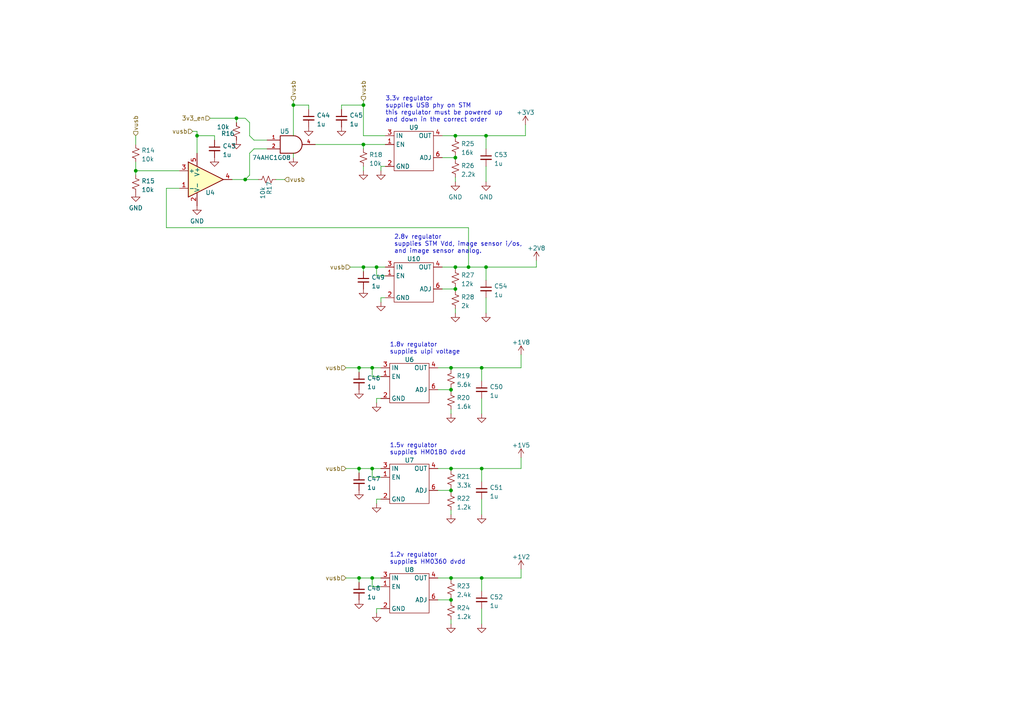
<source format=kicad_sch>
(kicad_sch (version 20211123) (generator eeschema)
  (paper "A4")
  (lib_symbols
    (symbol "74xGxx:74AHC1G08" (pin_names (offset 1.016))
      (property "Reference" "U" (at -2.54 3.81 0))
      (property "Value" "74AHC1G08" (at 0 -3.81 0))
      (symbol "74AHC1G08_0_1"
        (arc (start 0 -2.54) (mid 2.54 0) (end 0 2.54) (stroke (width 0.254)))
        (polyline (pts (xy 0 -2.54) (xy -3.81 -2.54) (xy -3.81 2.54) (xy 0 2.54)) (stroke (width 0.254)))
      )
      (symbol "74AHC1G08_1_1"
        (pin input line (at -7.62 1.27 0) (length 3.81) (name "~") (number "1"))
        (pin input line (at -7.62 -1.27 0) (length 3.81) (name "~") (number "2"))
        (pin power_in line (at 0 -2.54 270) (length 0) hide (name "GND") (number "3"))
        (pin output line (at 6.35 0 180) (length 3.81) (name "~") (number "4"))
        (pin power_in line (at 0 2.54 90) (length 0) hide (name "VCC") (number "5"))
      )
    )
    (symbol "AP7331-SNG-7_1"
      (property "Reference" "U" (at 0 1.27 0))
      (symbol "AP7331-SNG-7_1_0_1"
        (rectangle (start 0 0) (end 11.43 -11.43) (stroke (width 0.1524)))
      )
      (symbol "AP7331-SNG-7_1_1_1"
        (pin input line (at -2.54 -3.81 0) (length 2.54) (name "EN") (number "1"))
        (pin power_in line (at -2.54 -10.16 0) (length 2.54) (name "GND") (number "2"))
        (pin power_in line (at -2.54 -1.27 0) (length 2.54) (name "IN") (number "3"))
        (pin power_out line (at 13.97 -1.27 180) (length 2.54) (name "OUT") (number "4"))
        (pin no_connect line (at 13.97 -10.16 180) (length 2.54) hide (name "NC0") (number "5"))
        (pin input line (at 13.97 -7.62 180) (length 2.54) (name "ADJ") (number "6"))
        (pin power_in line (at -2.54 -10.16 0) (length 2.54) hide (name "GNDPAD1") (number "7"))
        (pin power_in line (at -2.54 -10.16 0) (length 2.54) hide (name "GNDPAD2") (number "8"))
      )
    )
    (symbol "AP7331-SNG-7_2"
      (property "Reference" "U" (at 0 1.27 0))
      (symbol "AP7331-SNG-7_2_0_1"
        (rectangle (start 0 0) (end 11.43 -11.43) (stroke (width 0.1524)))
      )
      (symbol "AP7331-SNG-7_2_1_1"
        (pin input line (at -2.54 -3.81 0) (length 2.54) (name "EN") (number "1"))
        (pin power_in line (at -2.54 -10.16 0) (length 2.54) (name "GND") (number "2"))
        (pin power_in line (at -2.54 -1.27 0) (length 2.54) (name "IN") (number "3"))
        (pin power_out line (at 13.97 -1.27 180) (length 2.54) (name "OUT") (number "4"))
        (pin no_connect line (at 13.97 -10.16 180) (length 2.54) hide (name "NC0") (number "5"))
        (pin input line (at 13.97 -7.62 180) (length 2.54) (name "ADJ") (number "6"))
        (pin power_in line (at -2.54 -10.16 0) (length 2.54) hide (name "GNDPAD1") (number "7"))
        (pin power_in line (at -2.54 -10.16 0) (length 2.54) hide (name "GNDPAD2") (number "8"))
      )
    )
    (symbol "AP7331-SNG-7_3"
      (property "Reference" "U" (at 0 1.27 0))
      (symbol "AP7331-SNG-7_3_0_1"
        (rectangle (start 0 0) (end 11.43 -11.43) (stroke (width 0.1524)))
      )
      (symbol "AP7331-SNG-7_3_1_1"
        (pin input line (at -2.54 -3.81 0) (length 2.54) (name "EN") (number "1"))
        (pin power_in line (at -2.54 -10.16 0) (length 2.54) (name "GND") (number "2"))
        (pin power_in line (at -2.54 -1.27 0) (length 2.54) (name "IN") (number "3"))
        (pin power_out line (at 13.97 -1.27 180) (length 2.54) (name "OUT") (number "4"))
        (pin no_connect line (at 13.97 -10.16 180) (length 2.54) hide (name "NC0") (number "5"))
        (pin input line (at 13.97 -7.62 180) (length 2.54) (name "ADJ") (number "6"))
        (pin power_in line (at -2.54 -10.16 0) (length 2.54) hide (name "GNDPAD1") (number "7"))
        (pin power_in line (at -2.54 -10.16 0) (length 2.54) hide (name "GNDPAD2") (number "8"))
      )
    )
    (symbol "AP7331-SNG-7_4"
      (property "Reference" "U" (at 0 1.27 0))
      (symbol "AP7331-SNG-7_4_0_1"
        (rectangle (start 0 0) (end 11.43 -11.43) (stroke (width 0.1524)))
      )
      (symbol "AP7331-SNG-7_4_1_1"
        (pin input line (at -2.54 -3.81 0) (length 2.54) (name "EN") (number "1"))
        (pin power_in line (at -2.54 -10.16 0) (length 2.54) (name "GND") (number "2"))
        (pin power_in line (at -2.54 -1.27 0) (length 2.54) (name "IN") (number "3"))
        (pin power_out line (at 13.97 -1.27 180) (length 2.54) (name "OUT") (number "4"))
        (pin no_connect line (at 13.97 -10.16 180) (length 2.54) hide (name "NC0") (number "5"))
        (pin input line (at 13.97 -7.62 180) (length 2.54) (name "ADJ") (number "6"))
        (pin power_in line (at -2.54 -10.16 0) (length 2.54) hide (name "GNDPAD1") (number "7"))
        (pin power_in line (at -2.54 -10.16 0) (length 2.54) hide (name "GNDPAD2") (number "8"))
      )
    )
    (symbol "Comparator:TL331" (pin_names (offset 0.127))
      (property "Reference" "U" (at 1.27 5.08 0))
      (property "Value" "TL331" (at 3.81 -5.08 0))
      (symbol "TL331_0_1"
        (polyline (pts (xy -5.08 5.08) (xy 5.08 0) (xy -5.08 -5.08) (xy -5.08 5.08)) (stroke (width 0.254)) (fill (type background)))
      )
      (symbol "TL331_1_1"
        (pin input line (at -7.62 -2.54 0) (length 2.54) (name "-") (number "1"))
        (pin power_in line (at -2.54 -7.62 90) (length 3.81) (name "V-") (number "2"))
        (pin input line (at -7.62 2.54 0) (length 2.54) (name "+") (number "3"))
        (pin open_collector line (at 7.62 0 180) (length 2.54) (name "~") (number "4"))
        (pin power_in line (at -2.54 7.62 270) (length 3.81) (name "V+") (number "5"))
      )
    )
    (symbol "Device:C_Small" (pin_numbers hide) (pin_names (offset 0.254) hide)
      (property "Reference" "C" (at 0.254 1.778 0))
      (property "Value" "C_Small" (at 0.254 -2.032 0))
      (symbol "C_Small_0_1"
        (polyline (pts (xy -1.524 -0.508) (xy 1.524 -0.508)) (stroke (width 0.3302)))
        (polyline (pts (xy -1.524 0.508) (xy 1.524 0.508)) (stroke (width 0.3048)))
      )
      (symbol "C_Small_1_1"
        (pin passive line (at 0 2.54 270) (length 2.032) (name "~") (number "1"))
        (pin passive line (at 0 -2.54 90) (length 2.032) (name "~") (number "2"))
      )
    )
    (symbol "Device:R_Small_US" (pin_numbers hide) (pin_names (offset 0.254) hide)
      (property "Reference" "R" (at 0.762 0.508 0))
      (property "Value" "R_Small_US" (at 0.762 -1.016 0))
      (symbol "R_Small_US_1_1"
        (polyline (pts (xy 0 0) (xy 1.016 -0.381) (xy 0 -0.762) (xy -1.016 -1.143) (xy 0 -1.524)))
        (polyline (pts (xy 0 1.524) (xy 1.016 1.143) (xy 0 0.762) (xy -1.016 0.381) (xy 0 0)))
        (pin passive line (at 0 2.54 270) (length 1.016) (name "~") (number "1"))
        (pin passive line (at 0 -2.54 90) (length 1.016) (name "~") (number "2"))
      )
    )
    (symbol "diodes_incorporated:AP7331-SNG-7"
      (property "Reference" "U" (at 0 1.27 0))
      (symbol "AP7331-SNG-7_0_1"
        (rectangle (start 0 0) (end 11.43 -11.43) (stroke (width 0.1524)))
      )
      (symbol "AP7331-SNG-7_1_1"
        (pin input line (at -2.54 -3.81 0) (length 2.54) (name "EN") (number "1"))
        (pin power_in line (at -2.54 -10.16 0) (length 2.54) (name "GND") (number "2"))
        (pin power_in line (at -2.54 -1.27 0) (length 2.54) (name "IN") (number "3"))
        (pin power_out line (at 13.97 -1.27 180) (length 2.54) (name "OUT") (number "4"))
        (pin no_connect line (at 13.97 -10.16 180) (length 2.54) hide (name "NC0") (number "5"))
        (pin input line (at 13.97 -7.62 180) (length 2.54) (name "ADJ") (number "6"))
        (pin power_in line (at -2.54 -10.16 0) (length 2.54) hide (name "GNDPAD1") (number "7"))
        (pin power_in line (at -2.54 -10.16 0) (length 2.54) hide (name "GNDPAD2") (number "8"))
      )
    )
    (symbol "power:+1V2" (power) (pin_names (offset 0))
      (property "Value" "+1V2" (at 0 3.556 0))
      (symbol "+1V2_0_1"
        (polyline (pts (xy -0.762 1.27) (xy 0 2.54)))
        (polyline (pts (xy 0 0) (xy 0 2.54)))
        (polyline (pts (xy 0 2.54) (xy 0.762 1.27)))
      )
      (symbol "+1V2_1_1"
        (pin power_in line (at 0 0 90) (length 0) hide (name "+1V2") (number "1"))
      )
    )
    (symbol "power:+1V5" (power) (pin_names (offset 0))
      (property "Value" "+1V5" (at 0 3.556 0))
      (symbol "+1V5_0_1"
        (polyline (pts (xy -0.762 1.27) (xy 0 2.54)))
        (polyline (pts (xy 0 0) (xy 0 2.54)))
        (polyline (pts (xy 0 2.54) (xy 0.762 1.27)))
      )
      (symbol "+1V5_1_1"
        (pin power_in line (at 0 0 90) (length 0) hide (name "+1V5") (number "1"))
      )
    )
    (symbol "power:+1V8" (power) (pin_names (offset 0))
      (property "Value" "+1V8" (at 0 3.556 0))
      (symbol "+1V8_0_1"
        (polyline (pts (xy -0.762 1.27) (xy 0 2.54)))
        (polyline (pts (xy 0 0) (xy 0 2.54)))
        (polyline (pts (xy 0 2.54) (xy 0.762 1.27)))
      )
      (symbol "+1V8_1_1"
        (pin power_in line (at 0 0 90) (length 0) hide (name "+1V8") (number "1"))
      )
    )
    (symbol "power:+2V8" (power) (pin_names (offset 0))
      (property "Value" "+2V8" (at 0 3.556 0))
      (symbol "+2V8_0_1"
        (polyline (pts (xy -0.762 1.27) (xy 0 2.54)))
        (polyline (pts (xy 0 0) (xy 0 2.54)))
        (polyline (pts (xy 0 2.54) (xy 0.762 1.27)))
      )
      (symbol "+2V8_1_1"
        (pin power_in line (at 0 0 90) (length 0) hide (name "+2V8") (number "1"))
      )
    )
    (symbol "power:+3V3" (power) (pin_names (offset 0))
      (property "Value" "+3V3" (at 0 3.556 0))
      (symbol "+3V3_0_1"
        (polyline (pts (xy -0.762 1.27) (xy 0 2.54)))
        (polyline (pts (xy 0 0) (xy 0 2.54)))
        (polyline (pts (xy 0 2.54) (xy 0.762 1.27)))
      )
      (symbol "+3V3_1_1"
        (pin power_in line (at 0 0 90) (length 0) hide (name "+3V3") (number "1"))
      )
    )
    (symbol "power:GND" (power) (pin_names (offset 0))
      (property "Value" "GND" (at 0 -3.81 0))
      (symbol "GND_0_1"
        (polyline (pts (xy 0 0) (xy 0 -1.27) (xy 1.27 -1.27) (xy 0 -2.54) (xy -1.27 -1.27) (xy 0 -1.27)))
      )
      (symbol "GND_1_1"
        (pin power_in line (at 0 0 270) (length 0) hide (name "GND") (number "1"))
      )
    )
  )
  (junction (at 105.41 30.48))
  (junction (at 109.22 77.47))
  (junction (at 132.08 77.47))
  (junction (at 139.7 106.68))
  (junction (at 105.41 41.91))
  (junction (at 104.14 135.89))
  (junction (at 132.08 45.72))
  (junction (at 130.81 173.99))
  (junction (at 71.12 52.07))
  (junction (at 130.81 142.24))
  (junction (at 140.97 77.47))
  (junction (at 107.95 135.89))
  (junction (at 105.41 77.47))
  (junction (at 107.95 167.64))
  (junction (at 107.95 106.68))
  (junction (at 57.15 39.37))
  (junction (at 132.08 39.37))
  (junction (at 135.89 77.47))
  (junction (at 130.81 135.89))
  (junction (at 130.81 113.03))
  (junction (at 104.14 167.64))
  (junction (at 85.09 30.48))
  (junction (at 132.08 83.82))
  (junction (at 68.58 34.29))
  (junction (at 104.14 106.68))
  (junction (at 140.97 39.37))
  (junction (at 139.7 167.64))
  (junction (at 39.37 49.53))
  (junction (at 130.81 167.64))
  (junction (at 130.81 106.68))
  (junction (at 139.7 135.89))
  (wire (pts (xy 39.37 50.8) (xy 39.37 49.53)))
  (wire (pts (xy 128.27 83.82) (xy 132.08 83.82)))
  (wire (pts (xy 155.575 77.47) (xy 155.575 75.565)))
  (wire (pts (xy 130.81 118.745) (xy 130.81 120.015)))
  (wire (pts (xy 110.49 86.36) (xy 110.49 87.63)))
  (wire (pts (xy 104.14 107.95) (xy 104.14 106.68)))
  (wire (pts (xy 107.95 109.22) (xy 107.95 106.68)))
  (wire (pts (xy 130.81 106.68) (xy 130.81 107.315)))
  (wire (pts (xy 127 173.99) (xy 130.81 173.99)))
  (wire (pts (xy 104.14 106.68) (xy 107.95 106.68)))
  (wire (pts (xy 132.08 83.185) (xy 132.08 83.82)))
  (wire (pts (xy 105.41 41.91) (xy 111.76 41.91)))
  (wire (pts (xy 77.47 40.64) (xy 73.66 40.64)))
  (wire (pts (xy 130.81 167.64) (xy 139.7 167.64)))
  (wire (pts (xy 132.08 45.085) (xy 132.08 45.72)))
  (wire (pts (xy 109.22 80.01) (xy 109.22 77.47)))
  (wire (pts (xy 72.39 44.45) (xy 72.39 50.8)))
  (wire (pts (xy 105.41 30.48) (xy 99.06 30.48)))
  (wire (pts (xy 128.27 77.47) (xy 132.08 77.47)))
  (wire (pts (xy 130.81 173.99) (xy 130.81 174.625)))
  (wire (pts (xy 130.81 173.355) (xy 130.81 173.99)))
  (wire (pts (xy 132.08 39.37) (xy 132.08 40.005)))
  (wire (pts (xy 109.22 176.53) (xy 109.22 177.8)))
  (wire (pts (xy 48.26 54.61) (xy 52.07 54.61)))
  (wire (pts (xy 111.76 48.26) (xy 110.49 48.26)))
  (wire (pts (xy 139.7 144.78) (xy 139.7 149.225)))
  (wire (pts (xy 57.15 38.1) (xy 57.15 39.37)))
  (wire (pts (xy 107.95 106.68) (xy 110.49 106.68)))
  (wire (pts (xy 57.15 44.45) (xy 57.15 39.37)))
  (wire (pts (xy 130.81 147.955) (xy 130.81 149.225)))
  (wire (pts (xy 127 135.89) (xy 130.81 135.89)))
  (wire (pts (xy 110.49 170.18) (xy 107.95 170.18)))
  (wire (pts (xy 140.97 77.47) (xy 140.97 81.28)))
  (wire (pts (xy 130.81 141.605) (xy 130.81 142.24)))
  (wire (pts (xy 151.13 102.87) (xy 151.13 106.68)))
  (wire (pts (xy 100.33 106.68) (xy 104.14 106.68)))
  (wire (pts (xy 151.13 167.64) (xy 151.13 165.1)))
  (wire (pts (xy 109.22 77.47) (xy 111.76 77.47)))
  (wire (pts (xy 72.39 39.37) (xy 72.39 35.56)))
  (wire (pts (xy 132.08 77.47) (xy 135.89 77.47)))
  (wire (pts (xy 107.95 138.43) (xy 107.95 135.89)))
  (wire (pts (xy 109.22 144.78) (xy 109.22 146.05)))
  (wire (pts (xy 39.37 49.53) (xy 39.37 46.99)))
  (wire (pts (xy 111.76 86.36) (xy 110.49 86.36)))
  (wire (pts (xy 71.12 52.07) (xy 74.93 52.07)))
  (wire (pts (xy 127 167.64) (xy 130.81 167.64)))
  (wire (pts (xy 127 142.24) (xy 130.81 142.24)))
  (wire (pts (xy 128.27 39.37) (xy 132.08 39.37)))
  (wire (pts (xy 67.31 52.07) (xy 71.12 52.07)))
  (wire (pts (xy 140.97 39.37) (xy 152.4 39.37)))
  (wire (pts (xy 85.09 44.45) (xy 85.09 45.72)))
  (wire (pts (xy 85.09 30.48) (xy 85.09 29.21)))
  (wire (pts (xy 104.14 137.16) (xy 104.14 135.89)))
  (wire (pts (xy 100.33 135.89) (xy 104.14 135.89)))
  (wire (pts (xy 110.49 109.22) (xy 107.95 109.22)))
  (wire (pts (xy 140.97 77.47) (xy 155.575 77.47)))
  (wire (pts (xy 127 106.68) (xy 130.81 106.68)))
  (wire (pts (xy 152.4 36.195) (xy 152.4 39.37)))
  (wire (pts (xy 110.49 144.78) (xy 109.22 144.78)))
  (wire (pts (xy 99.06 31.75) (xy 99.06 30.48)))
  (wire (pts (xy 105.41 78.74) (xy 105.41 77.47)))
  (wire (pts (xy 132.08 51.435) (xy 132.08 52.705)))
  (wire (pts (xy 91.44 41.91) (xy 105.41 41.91)))
  (wire (pts (xy 107.95 170.18) (xy 107.95 167.64)))
  (wire (pts (xy 72.39 44.45) (xy 73.66 43.18)))
  (wire (pts (xy 130.81 167.64) (xy 130.81 168.275)))
  (wire (pts (xy 105.41 39.37) (xy 111.76 39.37)))
  (wire (pts (xy 132.08 45.72) (xy 132.08 46.355)))
  (wire (pts (xy 130.81 112.395) (xy 130.81 113.03)))
  (wire (pts (xy 68.58 34.29) (xy 68.58 35.56)))
  (wire (pts (xy 132.08 77.47) (xy 132.08 78.105)))
  (wire (pts (xy 139.7 176.53) (xy 139.7 180.975)))
  (wire (pts (xy 132.08 83.82) (xy 132.08 84.455)))
  (wire (pts (xy 139.7 167.64) (xy 151.13 167.64)))
  (wire (pts (xy 140.97 39.37) (xy 140.97 43.18)))
  (wire (pts (xy 130.81 142.24) (xy 130.81 142.875)))
  (wire (pts (xy 68.58 34.29) (xy 71.12 34.29)))
  (wire (pts (xy 127 113.03) (xy 130.81 113.03)))
  (wire (pts (xy 139.7 135.89) (xy 151.13 135.89)))
  (wire (pts (xy 140.97 86.36) (xy 140.97 90.805)))
  (wire (pts (xy 130.81 106.68) (xy 139.7 106.68)))
  (wire (pts (xy 101.6 77.47) (xy 105.41 77.47)))
  (wire (pts (xy 105.41 77.47) (xy 109.22 77.47)))
  (wire (pts (xy 130.81 135.89) (xy 139.7 135.89)))
  (wire (pts (xy 73.66 40.64) (xy 72.39 39.37)))
  (wire (pts (xy 105.41 30.48) (xy 105.41 39.37)))
  (wire (pts (xy 139.7 115.57) (xy 139.7 120.015)))
  (wire (pts (xy 39.37 49.53) (xy 52.07 49.53)))
  (wire (pts (xy 105.41 49.53) (xy 105.41 48.26)))
  (wire (pts (xy 151.13 135.89) (xy 151.13 132.715)))
  (wire (pts (xy 89.535 30.48) (xy 89.535 31.75)))
  (wire (pts (xy 109.22 115.57) (xy 109.22 116.84)))
  (wire (pts (xy 85.09 39.37) (xy 85.09 30.48)))
  (wire (pts (xy 139.7 135.89) (xy 139.7 139.7)))
  (wire (pts (xy 139.7 167.64) (xy 139.7 171.45)))
  (wire (pts (xy 110.49 176.53) (xy 109.22 176.53)))
  (wire (pts (xy 104.14 168.91) (xy 104.14 167.64)))
  (wire (pts (xy 80.01 52.07) (xy 82.55 52.07)))
  (wire (pts (xy 130.81 135.89) (xy 130.81 136.525)))
  (wire (pts (xy 132.08 39.37) (xy 140.97 39.37)))
  (wire (pts (xy 104.14 167.64) (xy 107.95 167.64)))
  (wire (pts (xy 130.81 113.03) (xy 130.81 113.665)))
  (wire (pts (xy 85.09 30.48) (xy 89.535 30.48)))
  (wire (pts (xy 140.97 48.26) (xy 140.97 52.705)))
  (wire (pts (xy 135.89 77.47) (xy 135.89 66.04)))
  (wire (pts (xy 110.49 138.43) (xy 107.95 138.43)))
  (wire (pts (xy 139.7 106.68) (xy 151.13 106.68)))
  (wire (pts (xy 48.26 66.04) (xy 135.89 66.04)))
  (wire (pts (xy 100.33 167.64) (xy 104.14 167.64)))
  (wire (pts (xy 60.96 34.29) (xy 68.58 34.29)))
  (wire (pts (xy 111.76 80.01) (xy 109.22 80.01)))
  (wire (pts (xy 135.89 77.47) (xy 140.97 77.47)))
  (wire (pts (xy 105.41 29.21) (xy 105.41 30.48)))
  (wire (pts (xy 62.23 39.37) (xy 62.23 40.64)))
  (wire (pts (xy 110.49 115.57) (xy 109.22 115.57)))
  (wire (pts (xy 107.95 167.64) (xy 110.49 167.64)))
  (wire (pts (xy 39.37 39.37) (xy 39.37 41.91)))
  (wire (pts (xy 55.88 38.1) (xy 57.15 38.1)))
  (wire (pts (xy 71.12 52.07) (xy 72.39 50.8)))
  (wire (pts (xy 57.15 39.37) (xy 62.23 39.37)))
  (wire (pts (xy 128.27 45.72) (xy 132.08 45.72)))
  (wire (pts (xy 107.95 135.89) (xy 110.49 135.89)))
  (wire (pts (xy 104.14 135.89) (xy 107.95 135.89)))
  (wire (pts (xy 132.08 89.535) (xy 132.08 90.805)))
  (wire (pts (xy 139.7 106.68) (xy 139.7 110.49)))
  (wire (pts (xy 48.26 66.04) (xy 48.26 54.61)))
  (wire (pts (xy 73.66 43.18) (xy 77.47 43.18)))
  (wire (pts (xy 105.41 41.91) (xy 105.41 43.18)))
  (wire (pts (xy 72.39 35.56) (xy 71.12 34.29)))
  (wire (pts (xy 110.49 48.26) (xy 110.49 49.53)))
  (wire (pts (xy 130.81 179.705) (xy 130.81 180.975)))
  (text "2.8v regulator\nsupplies STM Vdd, image sensor i/os, \nand image sensor analog." (at 114.3 73.66 0) (effects (font (size 1.27 1.27)) (justify left bottom)))
  (text "3.3v regulator\nsupplies USB phy on STM\nthis regulator must be powered up \nand down in the correct order" (at 111.76 35.56 0) (effects (font (size 1.27 1.27)) (justify left bottom)))
  (text "1.5v regulator\nsupplies HM01B0 dvdd" (at 113.03 132.08 0) (effects (font (size 1.27 1.27)) (justify left bottom)))
  (text "1.2v regulator\nsupplies HM0360 dvdd" (at 113.03 163.83 0) (effects (font (size 1.27 1.27)) (justify left bottom)))
  (text "1.8v regulator\nsupplies ulpi voltage" (at 113.03 102.87 0) (effects (font (size 1.27 1.27)) (justify left bottom)))
  (hierarchical_label "vusb" (shape input) (at 100.33 106.68 180))
  (hierarchical_label "3v3_en" (shape input) (at 60.96 34.29 180))
  (hierarchical_label "vusb" (shape input) (at 85.09 29.21 90))
  (hierarchical_label "vusb" (shape input) (at 100.33 135.89 180))
  (hierarchical_label "vusb" (shape input) (at 39.37 39.37 90))
  (hierarchical_label "vusb" (shape input) (at 105.41 29.21 90))
  (hierarchical_label "vusb" (shape input) (at 100.33 167.64 180))
  (hierarchical_label "vusb" (shape input) (at 55.88 38.1 180))
  (hierarchical_label "vusb" (shape input) (at 101.6 77.47 180))
  (hierarchical_label "vusb" (shape input) (at 82.55 52.07 0))
  (symbol (lib_id "power:GND") (at 104.14 173.99 0) (unit 1)
    (property "Reference" "#PWR096" (effects hide))
    (property "Value" "GND" (effects hide))
  )
  (symbol (lib_id "Comparator:TL331") (at 59.69 52.07 0) (unit 1)
    (property "Reference" "U4" (at 60.96 55.88 0))
    (property "Value" "TL331" (effects hide))
    (property "Footprint" "Package_TO_SOT_SMD:SOT-23-5" (effects hide))
    (property "Datasheet" "http://www.ti.com/lit/ds/symlink/tl331.pdf" (effects hide))
    (property "MFR" "Texas Instruments" (effects hide))
    (property "MFR_PN" "TL331IDBVR" (effects hide))
  )
  (symbol (lib_id "power:GND") (at 57.15 59.69 0) (unit 1)
    (property "Reference" "#PWR088" (effects hide))
    (property "Value" "GND" (at 57.15 64.1334 0))
  )
  (symbol (lib_id "power:GND") (at 109.22 177.8 0) (unit 1)
    (property "Reference" "#PWR0101" (effects hide))
    (property "Value" "GND" (effects hide))
  )
  (symbol (lib_name "AP7331-SNG-7_4") (lib_id "diodes_incorporated:AP7331-SNG-7") (at 114.3 76.2 0) (unit 1)
    (property "Reference" "U10" (at 120.015 75.088 0))
    (property "Value" "AP7331-SNG-7" (effects hide))
    (property "Footprint" "diodes_incorporated:DFN200X200X60-8N" (effects hide))
    (property "MFR" "Diodes Incorporated" (effects hide))
    (property "MFR_PN" "AP7331-SNG-7" (effects hide))
  )
  (symbol (lib_id "power:GND") (at 132.08 90.805 0) (unit 1)
    (property "Reference" "#PWR0108" (effects hide))
    (property "Value" "GND" (effects hide))
  )
  (symbol (lib_id "Device:R_Small_US") (at 130.81 109.855 0) (mirror y) (unit 1)
    (property "Reference" "R19" (at 132.461 109.0203 0) (effects (justify right)))
    (property "Value" "5.6k" (at 132.461 111.5572 0) (effects (justify right)))
    (property "Footprint" "Resistor_SMD:R_0402_1005Metric" (effects hide))
    (property "MFR" "Panasonic" (effects hide))
    (property "MFR_PN" "ERJ-2RKF5601X" (effects hide))
  )
  (symbol (lib_id "power:GND") (at 139.7 180.975 0) (unit 1)
    (property "Reference" "#PWR0111" (effects hide))
    (property "Value" "GND" (effects hide))
  )
  (symbol (lib_id "power:GND") (at 89.535 36.83 0) (unit 1)
    (property "Reference" "#PWR092" (effects hide))
    (property "Value" "GND" (effects hide))
  )
  (symbol (lib_id "power:GND") (at 62.23 45.72 0) (unit 1)
    (property "Reference" "#PWR089" (effects hide))
    (property "Value" "GND" (effects hide))
  )
  (symbol (lib_id "power:GND") (at 110.49 49.53 0) (unit 1)
    (property "Reference" "#PWR0102" (effects hide))
    (property "Value" "GND" (effects hide))
  )
  (symbol (lib_id "power:GND") (at 39.37 55.88 0) (unit 1)
    (property "Reference" "#PWR087" (effects hide))
    (property "Value" "GND" (at 39.37 60.3234 0))
  )
  (symbol (lib_id "power:GND") (at 85.09 45.72 0) (unit 1)
    (property "Reference" "#PWR091" (effects hide))
    (property "Value" "GND" (effects hide))
  )
  (symbol (lib_id "74xGxx:74AHC1G08") (at 85.09 41.91 0) (unit 1)
    (property "Reference" "U5" (at 82.55 38.1 0))
    (property "Value" "74AHC1G08" (at 78.74 45.72 0))
    (property "Footprint" "Package_TO_SOT_SMD:SOT-353_SC-70-5" (effects hide))
    (property "Datasheet" "http://www.ti.com/lit/sg/scyt129e/scyt129e.pdf" (effects hide))
    (property "MFR" "Texas Instruments" (effects hide))
    (property "MFR_PN" "SN74AHC1G08DCKR" (effects hide))
  )
  (symbol (lib_id "power:GND") (at 109.22 146.05 0) (unit 1)
    (property "Reference" "#PWR0100" (effects hide))
    (property "Value" "GND" (effects hide))
  )
  (symbol (lib_id "power:GND") (at 109.22 116.84 0) (unit 1)
    (property "Reference" "#PWR099" (effects hide))
    (property "Value" "GND" (effects hide))
  )
  (symbol (lib_id "power:GND") (at 110.49 87.63 0) (unit 1)
    (property "Reference" "#PWR0103" (effects hide))
    (property "Value" "GND" (effects hide))
  )
  (symbol (lib_id "power:GND") (at 105.41 49.53 0) (unit 1)
    (property "Reference" "#PWR097" (effects hide))
    (property "Value" "GND" (effects hide))
  )
  (symbol (lib_id "power:GND") (at 139.7 149.225 0) (unit 1)
    (property "Reference" "#PWR0110" (effects hide))
    (property "Value" "GND" (effects hide))
  )
  (symbol (lib_id "Device:R_Small_US") (at 132.08 48.895 0) (unit 1)
    (property "Reference" "R26" (at 133.731 48.0603 0) (effects (justify left)))
    (property "Value" "2.2k" (at 133.731 50.5972 0) (effects (justify left)))
    (property "Footprint" "Resistor_SMD:R_0402_1005Metric" (effects hide))
    (property "MFR" "Panasonic" (effects hide))
    (property "MFR_PN" "ERJ-2RKF2201X" (effects hide))
  )
  (symbol (lib_name "AP7331-SNG-7_3") (lib_id "diodes_incorporated:AP7331-SNG-7") (at 113.03 134.62 0) (unit 1)
    (property "Reference" "U7" (at 118.745 133.508 0))
    (property "Value" "AP7331-SNG-7" (effects hide))
    (property "Footprint" "diodes_incorporated:DFN200X200X60-8N" (effects hide))
    (property "MFR" "Diodes Incorporated" (effects hide))
    (property "MFR_PN" "AP7331-SNG-7" (effects hide))
  )
  (symbol (lib_id "Device:C_Small") (at 105.41 81.28 0) (unit 1)
    (property "Reference" "C49" (at 107.7341 80.4516 0) (effects (justify left)))
    (property "Value" "1u" (at 107.7341 82.9885 0) (effects (justify left)))
    (property "Footprint" "Capacitor_SMD:C_0402_1005Metric" (effects hide))
    (property "MFR" "Samsung" (effects hide))
    (property "MFR_PN" "CL05A105KO5NNNC" (effects hide))
  )
  (symbol (lib_id "Device:R_Small_US") (at 130.81 116.205 0) (unit 1)
    (property "Reference" "R20" (at 132.461 115.3703 0) (effects (justify left)))
    (property "Value" "1.6k" (at 132.461 117.9072 0) (effects (justify left)))
    (property "Footprint" "Resistor_SMD:R_0402_1005Metric" (effects hide))
    (property "MFR" "Panasonic" (effects hide))
    (property "MFR_PN" "ERJ-2RKF1601X" (effects hide))
  )
  (symbol (lib_id "Device:R_Small_US") (at 105.41 45.72 0) (unit 1)
    (property "Reference" "R18" (at 107.061 44.8853 0) (effects (justify left)))
    (property "Value" "10k" (at 107.061 47.4222 0) (effects (justify left)))
    (property "Footprint" "Resistor_SMD:R_0402_1005Metric" (effects hide))
    (property "MFR" "Panasonic" (effects hide))
    (property "MFR_PN" "ERJ-2RKF1002X" (effects hide))
  )
  (symbol (lib_id "power:GND") (at 130.81 180.975 0) (unit 1)
    (property "Reference" "#PWR0106" (effects hide))
    (property "Value" "GND" (effects hide))
  )
  (symbol (lib_id "Device:R_Small_US") (at 132.08 86.995 0) (unit 1)
    (property "Reference" "R28" (at 133.731 86.1603 0) (effects (justify left)))
    (property "Value" "2k" (at 133.731 88.6972 0) (effects (justify left)))
    (property "Footprint" "Resistor_SMD:R_0402_1005Metric" (effects hide))
    (property "MFR" "Panasonic" (effects hide))
    (property "MFR_PN" "ERJ-2RKF2001X" (effects hide))
  )
  (symbol (lib_id "power:GND") (at 139.7 120.015 0) (unit 1)
    (property "Reference" "#PWR0109" (effects hide))
    (property "Value" "GND" (effects hide))
  )
  (symbol (lib_id "power:+2V8") (at 155.575 75.565 0) (unit 1)
    (property "Reference" "#PWR0118" (effects hide))
    (property "Value" "+2V8" (at 155.575 71.9892 0))
  )
  (symbol (lib_id "Device:R_Small_US") (at 39.37 53.34 0) (unit 1)
    (property "Reference" "R15" (at 41.021 52.5053 0) (effects (justify left)))
    (property "Value" "10k" (at 41.021 55.0422 0) (effects (justify left)))
    (property "Footprint" "Resistor_SMD:R_0402_1005Metric" (effects hide))
    (property "MFR" "Panasonic" (effects hide))
    (property "MFR_PN" "ERJ-2RKF1002X" (effects hide))
  )
  (symbol (lib_id "Device:R_Small_US") (at 132.08 80.645 0) (unit 1)
    (property "Reference" "R27" (at 133.731 79.8103 0) (effects (justify left)))
    (property "Value" "12k" (at 133.731 82.3472 0) (effects (justify left)))
    (property "Footprint" "Resistor_SMD:R_0402_1005Metric" (effects hide))
    (property "MFR" "Panasonic" (effects hide))
    (property "MFR_PN" "ERJ-2RKF1202X" (effects hide))
  )
  (symbol (lib_id "power:GND") (at 130.81 149.225 0) (unit 1)
    (property "Reference" "#PWR0105" (effects hide))
    (property "Value" "GND" (effects hide))
  )
  (symbol (lib_id "Device:C_Small") (at 139.7 142.24 0) (unit 1)
    (property "Reference" "C51" (at 142.0241 141.4116 0) (effects (justify left)))
    (property "Value" "1u" (at 142.0241 143.9485 0) (effects (justify left)))
    (property "Footprint" "Capacitor_SMD:C_0402_1005Metric" (effects hide))
    (property "MFR" "Samsung" (effects hide))
    (property "MFR_PN" "CL05A105KO5NNNC" (effects hide))
  )
  (symbol (lib_id "power:GND") (at 132.08 52.705 0) (unit 1)
    (property "Reference" "#PWR0107" (effects hide))
    (property "Value" "GND" (at 132.08 57.1484 0))
  )
  (symbol (lib_name "AP7331-SNG-7_2") (lib_id "diodes_incorporated:AP7331-SNG-7") (at 113.03 166.37 0) (unit 1)
    (property "Reference" "U8" (at 118.745 165.258 0))
    (property "Value" "AP7331-SNG-7" (effects hide))
    (property "Footprint" "diodes_incorporated:DFN200X200X60-8N" (effects hide))
    (property "MFR" "Diodes Incorporated" (effects hide))
    (property "MFR_PN" "AP7331-SNG-7" (effects hide))
  )
  (symbol (lib_id "power:GND") (at 99.06 36.83 0) (unit 1)
    (property "Reference" "#PWR093" (effects hide))
    (property "Value" "GND" (effects hide))
  )
  (symbol (lib_id "Device:C_Small") (at 104.14 171.45 0) (unit 1)
    (property "Reference" "C48" (at 106.4641 170.6216 0) (effects (justify left)))
    (property "Value" "1u" (at 106.4641 173.1585 0) (effects (justify left)))
    (property "Footprint" "Capacitor_SMD:C_0402_1005Metric" (effects hide))
    (property "MFR" "Samsung" (effects hide))
    (property "MFR_PN" "CL05A105KO5NNNC" (effects hide))
  )
  (symbol (lib_name "AP7331-SNG-7_1") (lib_id "diodes_incorporated:AP7331-SNG-7") (at 113.03 105.41 0) (unit 1)
    (property "Reference" "U6" (at 118.745 104.298 0))
    (property "Value" "AP7331-SNG-7" (effects hide))
    (property "Footprint" "diodes_incorporated:DFN200X200X60-8N" (effects hide))
    (property "MFR" "Diodes Incorporated" (effects hide))
    (property "MFR_PN" "AP7331-SNG-7" (effects hide))
  )
  (symbol (lib_id "Device:C_Small") (at 104.14 110.49 0) (unit 1)
    (property "Reference" "C46" (at 106.4641 109.6616 0) (effects (justify left)))
    (property "Value" "1u" (at 106.4641 112.1985 0) (effects (justify left)))
    (property "Footprint" "Capacitor_SMD:C_0402_1005Metric" (effects hide))
    (property "MFR" "Samsung" (effects hide))
    (property "MFR_PN" "CL05A105KO5NNNC" (effects hide))
  )
  (symbol (lib_id "Device:C_Small") (at 140.97 83.82 0) (unit 1)
    (property "Reference" "C54" (at 143.2941 82.9916 0) (effects (justify left)))
    (property "Value" "1u" (at 143.2941 85.5285 0) (effects (justify left)))
    (property "Footprint" "Capacitor_SMD:C_0402_1005Metric" (effects hide))
    (property "MFR" "Samsung" (effects hide))
    (property "MFR_PN" "CL05A105KO5NNNC" (effects hide))
  )
  (symbol (lib_id "power:+1V2") (at 151.13 165.1 0) (unit 1)
    (property "Reference" "#PWR0116" (effects hide))
    (property "Value" "+1V2" (at 151.13 161.5242 0))
  )
  (symbol (lib_id "Device:R_Small_US") (at 132.08 42.545 0) (unit 1)
    (property "Reference" "R25" (at 133.731 41.7103 0) (effects (justify left)))
    (property "Value" "16k" (at 133.731 44.2472 0) (effects (justify left)))
    (property "Footprint" "Resistor_SMD:R_0402_1005Metric" (effects hide))
    (property "MFR" "Panasonic" (effects hide))
    (property "MFR_PN" "ERJ-2RKF1602X" (effects hide))
  )
  (symbol (lib_id "Device:R_Small_US") (at 130.81 145.415 0) (unit 1)
    (property "Reference" "R22" (at 132.461 144.5803 0) (effects (justify left)))
    (property "Value" "1.2k" (at 132.461 147.1172 0) (effects (justify left)))
    (property "Footprint" "Resistor_SMD:R_0402_1005Metric" (effects hide))
    (property "MFR" "Panasonic" (effects hide))
    (property "MFR_PN" "ERJ-2RKF1201X" (effects hide))
  )
  (symbol (lib_id "Device:R_Small_US") (at 77.47 52.07 90) (unit 1)
    (property "Reference" "R17" (at 78.105 56.515 0) (effects (justify left)))
    (property "Value" "10k" (at 76.2 57.785 0) (effects (justify left)))
    (property "Footprint" "Resistor_SMD:R_0402_1005Metric" (effects hide))
    (property "MFR" "Panasonic" (effects hide))
    (property "MFR_PN" "ERJ-2RKF1002X" (effects hide))
  )
  (symbol (lib_id "Device:C_Small") (at 89.535 34.29 0) (unit 1)
    (property "Reference" "C44" (at 91.8591 33.4616 0) (effects (justify left)))
    (property "Value" "1u" (at 91.8591 35.9985 0) (effects (justify left)))
    (property "Footprint" "Capacitor_SMD:C_0402_1005Metric" (effects hide))
    (property "MFR" "Samsung" (effects hide))
    (property "MFR_PN" "CL05A105KO5NNNC" (effects hide))
  )
  (symbol (lib_id "Device:C_Small") (at 140.97 45.72 0) (unit 1)
    (property "Reference" "C53" (at 143.2941 44.8916 0) (effects (justify left)))
    (property "Value" "1u" (at 143.2941 47.4285 0) (effects (justify left)))
    (property "Footprint" "Capacitor_SMD:C_0402_1005Metric" (effects hide))
    (property "MFR" "Samsung" (effects hide))
    (property "MFR_PN" "CL05A105KO5NNNC" (effects hide))
  )
  (symbol (lib_id "power:GND") (at 130.81 120.015 0) (unit 1)
    (property "Reference" "#PWR0104" (effects hide))
    (property "Value" "GND" (effects hide))
  )
  (symbol (lib_id "power:+3V3") (at 152.4 36.195 0) (unit 1)
    (property "Reference" "#PWR0117" (effects hide))
    (property "Value" "+3V3" (at 152.4 32.6192 0))
  )
  (symbol (lib_id "power:GND") (at 104.14 142.24 0) (unit 1)
    (property "Reference" "#PWR095" (effects hide))
    (property "Value" "GND" (effects hide))
  )
  (symbol (lib_id "power:GND") (at 104.14 113.03 0) (unit 1)
    (property "Reference" "#PWR094" (effects hide))
    (property "Value" "GND" (effects hide))
  )
  (symbol (lib_id "Device:C_Small") (at 62.23 43.18 0) (unit 1)
    (property "Reference" "C43" (at 64.5541 42.3516 0) (effects (justify left)))
    (property "Value" "1u" (at 64.5541 44.8885 0) (effects (justify left)))
    (property "Footprint" "Capacitor_SMD:C_0402_1005Metric" (effects hide))
    (property "MFR" "Samsung" (effects hide))
    (property "MFR_PN" "CL05A105KO5NNNC" (effects hide))
  )
  (symbol (lib_id "Device:R_Small_US") (at 130.81 177.165 0) (unit 1)
    (property "Reference" "R24" (at 132.461 176.3303 0) (effects (justify left)))
    (property "Value" "1.2k" (at 132.461 178.8672 0) (effects (justify left)))
    (property "Footprint" "Resistor_SMD:R_0402_1005Metric" (effects hide))
    (property "MFR" "Panasonic" (effects hide))
    (property "MFR_PN" "ERJ-2RKF1201X" (effects hide))
  )
  (symbol (lib_id "Device:R_Small_US") (at 68.58 38.1 0) (unit 1)
    (property "Reference" "R16" (at 64.135 38.735 0) (effects (justify left)))
    (property "Value" "10k" (at 62.865 36.83 0) (effects (justify left)))
    (property "Footprint" "Resistor_SMD:R_0402_1005Metric" (effects hide))
    (property "MFR" "Panasonic" (effects hide))
    (property "MFR_PN" "ERJ-2RKF1002X" (effects hide))
  )
  (symbol (lib_id "Device:C_Small") (at 139.7 113.03 0) (unit 1)
    (property "Reference" "C50" (at 142.0241 112.2016 0) (effects (justify left)))
    (property "Value" "1u" (at 142.0241 114.7385 0) (effects (justify left)))
    (property "Footprint" "Capacitor_SMD:C_0402_1005Metric" (effects hide))
    (property "MFR" "Samsung" (effects hide))
    (property "MFR_PN" "CL05A105KO5NNNC" (effects hide))
  )
  (symbol (lib_id "diodes_incorporated:AP7331-SNG-7") (at 114.3 38.1 0) (unit 1)
    (property "Reference" "U9" (at 120.015 36.988 0))
    (property "Value" "AP7331-SNG-7" (effects hide))
    (property "Footprint" "diodes_incorporated:DFN200X200X60-8N" (effects hide))
    (property "MFR" "Diodes Incorporated" (effects hide))
    (property "MFR_PN" "AP7331-SNG-7" (effects hide))
  )
  (symbol (lib_id "power:GND") (at 140.97 90.805 0) (unit 1)
    (property "Reference" "#PWR0113" (effects hide))
    (property "Value" "GND" (effects hide))
  )
  (symbol (lib_id "power:GND") (at 140.97 52.705 0) (unit 1)
    (property "Reference" "#PWR0112" (effects hide))
    (property "Value" "GND" (at 140.97 57.1484 0))
  )
  (symbol (lib_id "Device:C_Small") (at 139.7 173.99 0) (unit 1)
    (property "Reference" "C52" (at 142.0241 173.1616 0) (effects (justify left)))
    (property "Value" "1u" (at 142.0241 175.6985 0) (effects (justify left)))
    (property "Footprint" "Capacitor_SMD:C_0402_1005Metric" (effects hide))
    (property "MFR" "Samsung" (effects hide))
    (property "MFR_PN" "CL05A105KO5NNNC" (effects hide))
  )
  (symbol (lib_id "power:+1V8") (at 151.13 102.87 0) (unit 1)
    (property "Reference" "#PWR0114" (effects hide))
    (property "Value" "+1V8" (at 151.13 99.2942 0))
  )
  (symbol (lib_id "power:GND") (at 105.41 83.82 0) (unit 1)
    (property "Reference" "#PWR098" (effects hide))
    (property "Value" "GND" (effects hide))
  )
  (symbol (lib_id "Device:C_Small") (at 104.14 139.7 0) (unit 1)
    (property "Reference" "C47" (at 106.4641 138.8716 0) (effects (justify left)))
    (property "Value" "1u" (at 106.4641 141.4085 0) (effects (justify left)))
    (property "Footprint" "Capacitor_SMD:C_0402_1005Metric" (effects hide))
    (property "MFR" "Samsung" (effects hide))
    (property "MFR_PN" "CL05A105KO5NNNC" (effects hide))
  )
  (symbol (lib_id "power:+1V5") (at 151.13 132.715 0) (unit 1)
    (property "Reference" "#PWR0115" (effects hide))
    (property "Value" "+1V5" (at 151.13 129.1392 0))
  )
  (symbol (lib_id "Device:R_Small_US") (at 130.81 170.815 0) (unit 1)
    (property "Reference" "R23" (at 132.461 169.9803 0) (effects (justify left)))
    (property "Value" "2.4k" (at 132.461 172.5172 0) (effects (justify left)))
    (property "Footprint" "Resistor_SMD:R_0402_1005Metric" (effects hide))
    (property "MFR" "Panasonic" (effects hide))
    (property "MFR_PN" "ERJ-2RKF2401X" (effects hide))
  )
  (symbol (lib_id "Device:R_Small_US") (at 39.37 44.45 0) (unit 1)
    (property "Reference" "R14" (at 41.021 43.6153 0) (effects (justify left)))
    (property "Value" "10k" (at 41.021 46.1522 0) (effects (justify left)))
    (property "Footprint" "Resistor_SMD:R_0402_1005Metric" (effects hide))
    (property "MFR" "Panasonic" (effects hide))
    (property "MFR_PN" "ERJ-2RKF1002X" (effects hide))
  )
  (symbol (lib_id "power:GND") (at 68.58 40.64 0) (unit 1)
    (property "Reference" "#PWR090" (effects hide))
    (property "Value" "GND" (effects hide))
  )
  (symbol (lib_id "Device:R_Small_US") (at 130.81 139.065 0) (unit 1)
    (property "Reference" "R21" (at 132.461 138.2303 0) (effects (justify left)))
    (property "Value" "3.3k" (at 132.461 140.7672 0) (effects (justify left)))
    (property "Footprint" "Resistor_SMD:R_0402_1005Metric" (effects hide))
    (property "MFR" "Panasonic" (effects hide))
    (property "MFR_PN" "ERJ-2RKF3301X" (effects hide))
  )
  (symbol (lib_id "Device:C_Small") (at 99.06 34.29 0) (unit 1)
    (property "Reference" "C45" (at 101.3841 33.4616 0) (effects (justify left)))
    (property "Value" "1u" (at 101.3841 35.9985 0) (effects (justify left)))
    (property "Footprint" "Capacitor_SMD:C_0402_1005Metric" (effects hide))
    (property "MFR" "Samsung" (effects hide))
    (property "MFR_PN" "CL05A105KO5NNNC" (effects hide))
  )
)
</source>
